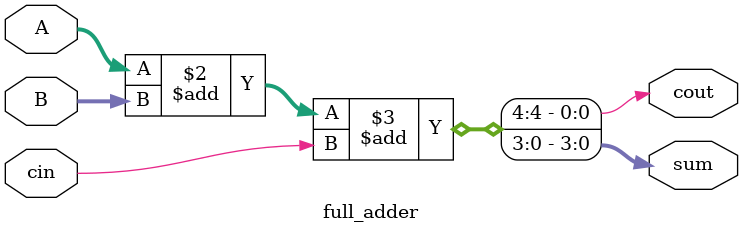
<source format=v>
module full_adder(A,B,cin,sum,cout);

  input [3:0] A,B;
  input cin;
  output reg [3:0] sum;
  output reg cout;
  
  always @(A or B or cin) begin
    {cout,sum} = A + B + cin;
  end
  
endmodule
</source>
